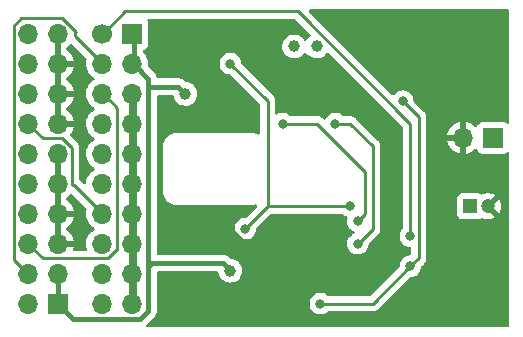
<source format=gbl>
%TF.GenerationSoftware,KiCad,Pcbnew,(6.0.0-0)*%
%TF.CreationDate,2023-01-27T15:23:15+00:00*%
%TF.ProjectId,Userport RTC,55736572-706f-4727-9420-5254432e6b69,rev?*%
%TF.SameCoordinates,Original*%
%TF.FileFunction,Copper,L2,Bot*%
%TF.FilePolarity,Positive*%
%FSLAX46Y46*%
G04 Gerber Fmt 4.6, Leading zero omitted, Abs format (unit mm)*
G04 Created by KiCad (PCBNEW (6.0.0-0)) date 2023-01-27 15:23:15*
%MOMM*%
%LPD*%
G01*
G04 APERTURE LIST*
%TA.AperFunction,ComponentPad*%
%ADD10R,1.200000X1.200000*%
%TD*%
%TA.AperFunction,ComponentPad*%
%ADD11C,1.200000*%
%TD*%
%TA.AperFunction,ComponentPad*%
%ADD12C,1.000000*%
%TD*%
%TA.AperFunction,ComponentPad*%
%ADD13R,1.700000X1.700000*%
%TD*%
%TA.AperFunction,ComponentPad*%
%ADD14O,1.700000X1.700000*%
%TD*%
%TA.AperFunction,ComponentPad*%
%ADD15C,1.700000*%
%TD*%
%TA.AperFunction,ViaPad*%
%ADD16C,1.000000*%
%TD*%
%TA.AperFunction,ViaPad*%
%ADD17C,0.800000*%
%TD*%
%TA.AperFunction,Conductor*%
%ADD18C,0.400000*%
%TD*%
%TA.AperFunction,Conductor*%
%ADD19C,0.250000*%
%TD*%
G04 APERTURE END LIST*
D10*
X151130000Y-92075000D03*
D11*
X152630000Y-92075000D03*
D12*
X136210000Y-78550000D03*
X138110000Y-78550000D03*
D13*
X153040000Y-86290000D03*
D14*
X150500000Y-86290000D03*
D13*
X116205000Y-100330000D03*
D14*
X113665000Y-100330000D03*
X116205000Y-97790000D03*
X113665000Y-97790000D03*
X116205000Y-95250000D03*
X113665000Y-95250000D03*
X116205000Y-92710000D03*
X113665000Y-92710000D03*
X116205000Y-90170000D03*
X113665000Y-90170000D03*
X116205000Y-87630000D03*
X113665000Y-87630000D03*
X116205000Y-85090000D03*
X113665000Y-85090000D03*
X116205000Y-82550000D03*
X113665000Y-82550000D03*
X116205000Y-80010000D03*
X113665000Y-80010000D03*
X116205000Y-77470000D03*
X113665000Y-77470000D03*
D13*
X122500000Y-77475000D03*
D15*
X119960000Y-77475000D03*
D14*
X122500000Y-80015000D03*
X119960000Y-80015000D03*
X122500000Y-82555000D03*
X119960000Y-82555000D03*
X122500000Y-85095000D03*
X119960000Y-85095000D03*
X122500000Y-87635000D03*
X119960000Y-87635000D03*
X122500000Y-90175000D03*
X119960000Y-90175000D03*
X122500000Y-92715000D03*
X119960000Y-92715000D03*
X122500000Y-95255000D03*
X119960000Y-95255000D03*
X122500000Y-97795000D03*
X119960000Y-97795000D03*
X122500000Y-100335000D03*
X119960000Y-100335000D03*
D16*
X130810000Y-97525500D03*
X127000000Y-82550000D03*
X137160000Y-97790000D03*
X129545000Y-92715000D03*
D17*
X145415000Y-83185000D03*
X138430000Y-100330000D03*
X146050000Y-97155000D03*
X141605000Y-93345000D03*
X135255000Y-85090000D03*
X132080000Y-93980000D03*
X140970000Y-92075000D03*
X130810000Y-80010000D03*
X146050000Y-94615000D03*
X141605000Y-95250000D03*
X139700000Y-85090000D03*
D18*
X123869511Y-81264511D02*
X123869511Y-81959511D01*
X123869511Y-81959511D02*
X123869511Y-97199511D01*
X123869511Y-97199511D02*
X123869511Y-100920489D01*
X123205489Y-101584511D02*
X117490489Y-101584511D01*
X122620000Y-80015000D02*
X123869511Y-81264511D01*
X123869511Y-100920489D02*
X123205489Y-101584511D01*
X130810000Y-97525500D02*
X130174989Y-96890489D01*
X124178533Y-96890489D02*
X123869511Y-97199511D01*
X126409511Y-81959511D02*
X123869511Y-81959511D01*
X116205000Y-97790000D02*
X116205000Y-100330000D01*
X117475000Y-101600000D02*
X116205000Y-100330000D01*
X127000000Y-82550000D02*
X126409511Y-81959511D01*
X130174989Y-96890489D02*
X124178533Y-96890489D01*
X122620000Y-77475000D02*
X122620000Y-80015000D01*
X117490489Y-101584511D02*
X117475000Y-101600000D01*
X122620000Y-97795000D02*
X122620000Y-95255000D01*
X122620000Y-82555000D02*
X122620000Y-85095000D01*
X116205000Y-87630000D02*
X116205000Y-90170000D01*
X129545000Y-92715000D02*
X132080000Y-95250000D01*
X132080000Y-95250000D02*
X132080000Y-96520000D01*
X122620000Y-97795000D02*
X122620000Y-100335000D01*
X116205000Y-90170000D02*
X116205000Y-92710000D01*
X116205000Y-80010000D02*
X116205000Y-82550000D01*
X116205000Y-77470000D02*
X116205000Y-80010000D01*
X122620000Y-95255000D02*
X122620000Y-92715000D01*
X116205000Y-82550000D02*
X116205000Y-85090000D01*
X133350000Y-97790000D02*
X137160000Y-97790000D01*
X122620000Y-87635000D02*
X122620000Y-85095000D01*
X122620000Y-90175000D02*
X122620000Y-87635000D01*
X132080000Y-96520000D02*
X133350000Y-97790000D01*
X116205000Y-92710000D02*
X116205000Y-95250000D01*
X122620000Y-90175000D02*
X122620000Y-92715000D01*
D19*
X142875000Y-100330000D02*
X146050000Y-97155000D01*
X138430000Y-100330000D02*
X142875000Y-100330000D01*
X145415000Y-83185000D02*
X146774511Y-84544511D01*
X146774511Y-96430489D02*
X146050000Y-97155000D01*
X146774511Y-84544511D02*
X146774511Y-96430489D01*
X117725489Y-77329479D02*
X116576010Y-76180000D01*
X116576010Y-76180000D02*
X113120000Y-76180000D01*
X112490489Y-96615489D02*
X113665000Y-97790000D01*
X117670505Y-77665505D02*
X117670505Y-77274495D01*
X113120000Y-76180000D02*
X112490489Y-76809511D01*
X120015000Y-80010000D02*
X117670505Y-77665505D01*
X112490489Y-76809511D02*
X112490489Y-96615489D01*
X114915000Y-96500000D02*
X113665000Y-95250000D01*
X121254511Y-93375489D02*
X121254511Y-95741499D01*
X121254511Y-83729511D02*
X121254511Y-93375489D01*
X120080000Y-82555000D02*
X121254511Y-83729511D01*
X121254511Y-95671499D02*
X120426010Y-96500000D01*
X120426010Y-96500000D02*
X114915000Y-96500000D01*
X121254511Y-93375489D02*
X121254511Y-95671499D01*
X116576010Y-86340000D02*
X114915000Y-86340000D01*
X120015000Y-92710000D02*
X117570489Y-90265489D01*
X117379511Y-90265489D02*
X117379511Y-87143501D01*
X117570489Y-90265489D02*
X117379511Y-90265489D01*
X114915000Y-86340000D02*
X113665000Y-85090000D01*
X117379511Y-87143501D02*
X116576010Y-86340000D01*
X135255000Y-85090000D02*
X138184614Y-85090000D01*
X138184614Y-85090000D02*
X142240000Y-89145386D01*
X142240000Y-89145386D02*
X142240000Y-92710000D01*
X142240000Y-92710000D02*
X141605000Y-93345000D01*
X133985000Y-92075000D02*
X132080000Y-93980000D01*
X133985000Y-91440000D02*
X133985000Y-92075000D01*
X133985000Y-83185000D02*
X133985000Y-91440000D01*
X130810000Y-80010000D02*
X133985000Y-83185000D01*
X140970000Y-92075000D02*
X133985000Y-92075000D01*
X136525000Y-75565000D02*
X127000000Y-75565000D01*
X146050000Y-85090000D02*
X136525000Y-75565000D01*
X121920000Y-75565000D02*
X127000000Y-75565000D01*
X120015000Y-77470000D02*
X121920000Y-75565000D01*
X146050000Y-94615000D02*
X146050000Y-85090000D01*
X142875000Y-93980000D02*
X142875000Y-86995000D01*
X140970000Y-85090000D02*
X139700000Y-85090000D01*
X142875000Y-86995000D02*
X140970000Y-85090000D01*
X141605000Y-95250000D02*
X142875000Y-93980000D01*
%TA.AperFunction,Conductor*%
G36*
X154374121Y-75438002D02*
G01*
X154420614Y-75491658D01*
X154432000Y-75544000D01*
X154432000Y-84958806D01*
X154411998Y-85026927D01*
X154358342Y-85073420D01*
X154288068Y-85083524D01*
X154230435Y-85059632D01*
X154186797Y-85026927D01*
X154136705Y-84989385D01*
X154000316Y-84938255D01*
X153938134Y-84931500D01*
X152141866Y-84931500D01*
X152079684Y-84938255D01*
X151943295Y-84989385D01*
X151826739Y-85076739D01*
X151739385Y-85193295D01*
X151736233Y-85201704D01*
X151736232Y-85201705D01*
X151694722Y-85312433D01*
X151652081Y-85369198D01*
X151585519Y-85393898D01*
X151516170Y-85378691D01*
X151483546Y-85353004D01*
X151432799Y-85297234D01*
X151425273Y-85290215D01*
X151258139Y-85158222D01*
X151249552Y-85152517D01*
X151063117Y-85049599D01*
X151053705Y-85045369D01*
X150852959Y-84974280D01*
X150842988Y-84971646D01*
X150771837Y-84958972D01*
X150758540Y-84960432D01*
X150754000Y-84974989D01*
X150754000Y-87608517D01*
X150758064Y-87622359D01*
X150771478Y-87624393D01*
X150778184Y-87623534D01*
X150788262Y-87621392D01*
X150992255Y-87560191D01*
X151001842Y-87556433D01*
X151193095Y-87462739D01*
X151201945Y-87457464D01*
X151375328Y-87333792D01*
X151383193Y-87327145D01*
X151487897Y-87222805D01*
X151550268Y-87188889D01*
X151621075Y-87194077D01*
X151677837Y-87236723D01*
X151694819Y-87267826D01*
X151739385Y-87386705D01*
X151826739Y-87503261D01*
X151943295Y-87590615D01*
X152079684Y-87641745D01*
X152141866Y-87648500D01*
X153938134Y-87648500D01*
X154000316Y-87641745D01*
X154136705Y-87590615D01*
X154230435Y-87520368D01*
X154296941Y-87495520D01*
X154366324Y-87510573D01*
X154416554Y-87560747D01*
X154432000Y-87621194D01*
X154432000Y-102216000D01*
X154411998Y-102284121D01*
X154358342Y-102330614D01*
X154306000Y-102342000D01*
X123757580Y-102342000D01*
X123689459Y-102321998D01*
X123642966Y-102268342D01*
X123632862Y-102198068D01*
X123662356Y-102133488D01*
X123672414Y-102123343D01*
X123677470Y-102119868D01*
X123718925Y-102073340D01*
X123723905Y-102068065D01*
X124350031Y-101441939D01*
X124356296Y-101436085D01*
X124367048Y-101426705D01*
X124399896Y-101398050D01*
X124436640Y-101345769D01*
X124440572Y-101340475D01*
X124475302Y-101296182D01*
X124479987Y-101290207D01*
X124483110Y-101283291D01*
X124484494Y-101281005D01*
X124492868Y-101266324D01*
X124494133Y-101263964D01*
X124498501Y-101257750D01*
X124521714Y-101198212D01*
X124524270Y-101192131D01*
X124547429Y-101140841D01*
X124550556Y-101133916D01*
X124551940Y-101126449D01*
X124552741Y-101123894D01*
X124557370Y-101107641D01*
X124558033Y-101105061D01*
X124560793Y-101097980D01*
X124569133Y-101034628D01*
X124570164Y-101028121D01*
X124578602Y-100982598D01*
X124581807Y-100965303D01*
X124578371Y-100905707D01*
X124578220Y-100903097D01*
X124578011Y-100895843D01*
X124578011Y-97724989D01*
X124598013Y-97656868D01*
X124651669Y-97610375D01*
X124704011Y-97598989D01*
X129688813Y-97598989D01*
X129756934Y-97618991D01*
X129803427Y-97672647D01*
X129812743Y-97702242D01*
X129812752Y-97702293D01*
X129813268Y-97708434D01*
X129814967Y-97714358D01*
X129814967Y-97714360D01*
X129857185Y-97861590D01*
X129867783Y-97898550D01*
X129958187Y-98074456D01*
X130081035Y-98229453D01*
X130085728Y-98233447D01*
X130085729Y-98233448D01*
X130160181Y-98296811D01*
X130231650Y-98357636D01*
X130404294Y-98454124D01*
X130592392Y-98515240D01*
X130788777Y-98538658D01*
X130794912Y-98538186D01*
X130794914Y-98538186D01*
X130979830Y-98523957D01*
X130979834Y-98523956D01*
X130985972Y-98523484D01*
X131176463Y-98470298D01*
X131181967Y-98467518D01*
X131181969Y-98467517D01*
X131347495Y-98383904D01*
X131347497Y-98383903D01*
X131352996Y-98381125D01*
X131508847Y-98259361D01*
X131638078Y-98109645D01*
X131735769Y-97937679D01*
X131798197Y-97750013D01*
X131822985Y-97553795D01*
X131823380Y-97525500D01*
X131804080Y-97328667D01*
X131795850Y-97301406D01*
X131777098Y-97239297D01*
X131746916Y-97139331D01*
X131654066Y-96964704D01*
X131576811Y-96869980D01*
X131532960Y-96816213D01*
X131532957Y-96816210D01*
X131529065Y-96811438D01*
X131513862Y-96798861D01*
X131381425Y-96689299D01*
X131381421Y-96689297D01*
X131376675Y-96685370D01*
X131202701Y-96591302D01*
X131013768Y-96532818D01*
X131007643Y-96532174D01*
X131007642Y-96532174D01*
X130944084Y-96525494D01*
X130840820Y-96514641D01*
X130775164Y-96487628D01*
X130764896Y-96478426D01*
X130696439Y-96409969D01*
X130690585Y-96403704D01*
X130664525Y-96373831D01*
X130652550Y-96360104D01*
X130600269Y-96323360D01*
X130594975Y-96319428D01*
X130550682Y-96284698D01*
X130544707Y-96280013D01*
X130537791Y-96276890D01*
X130535505Y-96275506D01*
X130520824Y-96267132D01*
X130518464Y-96265867D01*
X130512250Y-96261499D01*
X130505171Y-96258739D01*
X130505169Y-96258738D01*
X130452714Y-96238287D01*
X130446645Y-96235736D01*
X130388416Y-96209444D01*
X130380949Y-96208060D01*
X130378394Y-96207259D01*
X130362141Y-96202630D01*
X130359561Y-96201967D01*
X130352480Y-96199207D01*
X130344949Y-96198216D01*
X130344947Y-96198215D01*
X130315328Y-96194316D01*
X130289128Y-96190867D01*
X130282630Y-96189837D01*
X130219803Y-96178193D01*
X130212223Y-96178630D01*
X130212222Y-96178630D01*
X130157597Y-96181780D01*
X130150343Y-96181989D01*
X124704011Y-96181989D01*
X124635890Y-96161987D01*
X124589397Y-96108331D01*
X124578011Y-96055989D01*
X124578011Y-90809999D01*
X125131776Y-90809999D01*
X125133488Y-90821952D01*
X125134281Y-90828829D01*
X125150065Y-91009237D01*
X125151489Y-91014551D01*
X125151489Y-91014552D01*
X125186947Y-91146883D01*
X125201828Y-91202422D01*
X125204151Y-91207403D01*
X125204151Y-91207404D01*
X125284025Y-91378696D01*
X125284028Y-91378701D01*
X125286351Y-91383683D01*
X125289507Y-91388190D01*
X125289508Y-91388192D01*
X125387450Y-91528067D01*
X125401066Y-91547513D01*
X125542487Y-91688934D01*
X125546995Y-91692091D01*
X125546998Y-91692093D01*
X125582912Y-91717240D01*
X125706317Y-91803649D01*
X125711299Y-91805972D01*
X125711304Y-91805975D01*
X125841432Y-91866654D01*
X125887578Y-91888172D01*
X125892886Y-91889594D01*
X125892888Y-91889595D01*
X126075448Y-91938511D01*
X126080763Y-91939935D01*
X126086249Y-91940415D01*
X126086255Y-91940416D01*
X126240170Y-91953883D01*
X126250080Y-91955147D01*
X126267462Y-91958071D01*
X126273843Y-91958149D01*
X126275142Y-91958165D01*
X126275146Y-91958165D01*
X126280001Y-91958224D01*
X126307589Y-91954273D01*
X126325452Y-91953000D01*
X132576792Y-91953000D01*
X132597696Y-91954746D01*
X132617460Y-91958071D01*
X132623758Y-91958148D01*
X132625139Y-91958165D01*
X132625143Y-91958165D01*
X132629999Y-91958224D01*
X132641960Y-91956511D01*
X132648829Y-91955719D01*
X132726364Y-91948935D01*
X132829237Y-91939935D01*
X132843314Y-91936163D01*
X132914499Y-91917090D01*
X132985475Y-91918780D01*
X133044271Y-91958575D01*
X133072218Y-92023839D01*
X133060444Y-92093853D01*
X133036207Y-92127889D01*
X132129498Y-93034597D01*
X132067188Y-93068621D01*
X132040405Y-93071500D01*
X131984513Y-93071500D01*
X131978061Y-93072872D01*
X131978056Y-93072872D01*
X131903471Y-93088726D01*
X131797712Y-93111206D01*
X131791682Y-93113891D01*
X131791681Y-93113891D01*
X131629278Y-93186197D01*
X131629276Y-93186198D01*
X131623248Y-93188882D01*
X131468747Y-93301134D01*
X131464326Y-93306044D01*
X131464325Y-93306045D01*
X131368086Y-93412930D01*
X131340960Y-93443056D01*
X131245473Y-93608444D01*
X131186458Y-93790072D01*
X131185768Y-93796633D01*
X131185768Y-93796635D01*
X131178110Y-93869501D01*
X131166496Y-93980000D01*
X131167186Y-93986565D01*
X131185220Y-94158145D01*
X131186458Y-94169928D01*
X131245473Y-94351556D01*
X131248776Y-94357278D01*
X131248777Y-94357279D01*
X131262591Y-94381206D01*
X131340960Y-94516944D01*
X131345378Y-94521851D01*
X131345379Y-94521852D01*
X131389753Y-94571134D01*
X131468747Y-94658866D01*
X131623248Y-94771118D01*
X131629276Y-94773802D01*
X131629278Y-94773803D01*
X131723774Y-94815875D01*
X131797712Y-94848794D01*
X131891113Y-94868647D01*
X131978056Y-94887128D01*
X131978061Y-94887128D01*
X131984513Y-94888500D01*
X132175487Y-94888500D01*
X132181939Y-94887128D01*
X132181944Y-94887128D01*
X132268888Y-94868647D01*
X132362288Y-94848794D01*
X132436226Y-94815875D01*
X132530722Y-94773803D01*
X132530724Y-94773802D01*
X132536752Y-94771118D01*
X132691253Y-94658866D01*
X132770247Y-94571134D01*
X132814621Y-94521852D01*
X132814622Y-94521851D01*
X132819040Y-94516944D01*
X132897409Y-94381206D01*
X132911223Y-94357279D01*
X132911224Y-94357278D01*
X132914527Y-94351556D01*
X132973542Y-94169928D01*
X132974781Y-94158145D01*
X132988485Y-94027749D01*
X132990907Y-94004706D01*
X133017920Y-93939050D01*
X133027122Y-93928782D01*
X134210500Y-92745405D01*
X134272812Y-92711379D01*
X134299595Y-92708500D01*
X140261800Y-92708500D01*
X140329921Y-92728502D01*
X140349147Y-92744843D01*
X140349420Y-92744540D01*
X140354332Y-92748963D01*
X140358747Y-92753866D01*
X140513248Y-92866118D01*
X140519274Y-92868801D01*
X140519281Y-92868805D01*
X140664786Y-92933587D01*
X140718882Y-92979567D01*
X140739532Y-93047494D01*
X140733371Y-93087630D01*
X140723635Y-93117596D01*
X140711458Y-93155072D01*
X140710768Y-93161633D01*
X140710768Y-93161635D01*
X140705026Y-93216267D01*
X140691496Y-93345000D01*
X140692186Y-93351565D01*
X140694057Y-93369362D01*
X140711458Y-93534928D01*
X140770473Y-93716556D01*
X140865960Y-93881944D01*
X140870378Y-93886851D01*
X140870379Y-93886852D01*
X140982737Y-94011638D01*
X140993747Y-94023866D01*
X141068333Y-94078056D01*
X141123036Y-94117800D01*
X141148248Y-94136118D01*
X141154276Y-94138802D01*
X141154278Y-94138803D01*
X141209446Y-94163365D01*
X141239465Y-94176730D01*
X141252184Y-94182393D01*
X141306279Y-94228373D01*
X141326929Y-94296300D01*
X141307577Y-94364608D01*
X141252184Y-94412607D01*
X141154278Y-94456197D01*
X141154276Y-94456198D01*
X141148248Y-94458882D01*
X141142907Y-94462762D01*
X141142906Y-94462763D01*
X141125144Y-94475668D01*
X140993747Y-94571134D01*
X140989326Y-94576044D01*
X140989325Y-94576045D01*
X140911257Y-94662749D01*
X140865960Y-94713056D01*
X140770473Y-94878444D01*
X140711458Y-95060072D01*
X140691496Y-95250000D01*
X140692186Y-95256565D01*
X140708187Y-95408803D01*
X140711458Y-95439928D01*
X140770473Y-95621556D01*
X140773776Y-95627278D01*
X140773777Y-95627279D01*
X140787983Y-95651885D01*
X140865960Y-95786944D01*
X140870378Y-95791851D01*
X140870379Y-95791852D01*
X140934262Y-95862801D01*
X140993747Y-95928866D01*
X141148248Y-96041118D01*
X141154276Y-96043802D01*
X141154278Y-96043803D01*
X141316198Y-96115894D01*
X141322712Y-96118794D01*
X141416112Y-96138647D01*
X141503056Y-96157128D01*
X141503061Y-96157128D01*
X141509513Y-96158500D01*
X141700487Y-96158500D01*
X141706939Y-96157128D01*
X141706944Y-96157128D01*
X141793887Y-96138647D01*
X141887288Y-96118794D01*
X141893802Y-96115894D01*
X142055722Y-96043803D01*
X142055724Y-96043802D01*
X142061752Y-96041118D01*
X142216253Y-95928866D01*
X142275738Y-95862801D01*
X142339621Y-95791852D01*
X142339622Y-95791851D01*
X142344040Y-95786944D01*
X142422017Y-95651885D01*
X142436223Y-95627279D01*
X142436224Y-95627278D01*
X142439527Y-95621556D01*
X142498542Y-95439928D01*
X142502504Y-95402237D01*
X142513485Y-95297749D01*
X142515907Y-95274706D01*
X142542920Y-95209050D01*
X142552122Y-95198782D01*
X143267247Y-94483657D01*
X143275537Y-94476113D01*
X143282018Y-94472000D01*
X143328659Y-94422332D01*
X143331413Y-94419491D01*
X143351134Y-94399770D01*
X143353612Y-94396575D01*
X143361318Y-94387553D01*
X143386158Y-94361101D01*
X143391586Y-94355321D01*
X143401346Y-94337568D01*
X143412199Y-94321045D01*
X143419753Y-94311306D01*
X143424613Y-94305041D01*
X143442176Y-94264457D01*
X143447383Y-94253827D01*
X143468695Y-94215060D01*
X143470666Y-94207383D01*
X143470668Y-94207378D01*
X143473732Y-94195442D01*
X143480138Y-94176730D01*
X143485033Y-94165419D01*
X143488181Y-94158145D01*
X143489421Y-94150317D01*
X143489423Y-94150310D01*
X143495099Y-94114476D01*
X143497505Y-94102856D01*
X143506528Y-94067711D01*
X143506528Y-94067710D01*
X143508500Y-94060030D01*
X143508500Y-94039776D01*
X143510051Y-94020065D01*
X143511980Y-94007886D01*
X143513220Y-94000057D01*
X143509059Y-93956038D01*
X143508500Y-93944181D01*
X143508500Y-87073767D01*
X143509027Y-87062584D01*
X143510702Y-87055091D01*
X143508562Y-86987000D01*
X143508500Y-86983043D01*
X143508500Y-86955144D01*
X143507996Y-86951153D01*
X143507063Y-86939311D01*
X143505923Y-86903036D01*
X143505674Y-86895111D01*
X143503462Y-86887497D01*
X143503461Y-86887492D01*
X143500023Y-86875659D01*
X143496012Y-86856295D01*
X143494467Y-86844064D01*
X143493474Y-86836203D01*
X143490557Y-86828836D01*
X143490556Y-86828831D01*
X143477198Y-86795092D01*
X143473354Y-86783865D01*
X143470314Y-86773401D01*
X143461018Y-86741407D01*
X143450707Y-86723972D01*
X143442012Y-86706224D01*
X143434552Y-86687383D01*
X143408564Y-86651613D01*
X143402048Y-86641693D01*
X143383580Y-86610465D01*
X143383578Y-86610462D01*
X143379542Y-86603638D01*
X143365221Y-86589317D01*
X143352380Y-86574283D01*
X143345131Y-86564306D01*
X143340472Y-86557893D01*
X143306395Y-86529702D01*
X143297616Y-86521712D01*
X141473652Y-84697747D01*
X141466112Y-84689461D01*
X141462000Y-84682982D01*
X141412348Y-84636356D01*
X141409507Y-84633602D01*
X141389770Y-84613865D01*
X141386573Y-84611385D01*
X141377551Y-84603680D01*
X141345321Y-84573414D01*
X141338375Y-84569595D01*
X141338372Y-84569593D01*
X141327566Y-84563652D01*
X141311047Y-84552801D01*
X141305048Y-84548148D01*
X141295041Y-84540386D01*
X141287772Y-84537241D01*
X141287768Y-84537238D01*
X141254463Y-84522826D01*
X141243813Y-84517609D01*
X141205060Y-84496305D01*
X141185437Y-84491267D01*
X141166734Y-84484863D01*
X141155420Y-84479967D01*
X141155419Y-84479967D01*
X141148145Y-84476819D01*
X141140322Y-84475580D01*
X141140312Y-84475577D01*
X141104476Y-84469901D01*
X141092856Y-84467495D01*
X141057711Y-84458472D01*
X141057710Y-84458472D01*
X141050030Y-84456500D01*
X141029776Y-84456500D01*
X141010065Y-84454949D01*
X140997886Y-84453020D01*
X140990057Y-84451780D01*
X140982165Y-84452526D01*
X140946039Y-84455941D01*
X140934181Y-84456500D01*
X140408200Y-84456500D01*
X140340079Y-84436498D01*
X140320853Y-84420157D01*
X140320580Y-84420460D01*
X140315668Y-84416037D01*
X140311253Y-84411134D01*
X140156752Y-84298882D01*
X140150724Y-84296198D01*
X140150722Y-84296197D01*
X139988319Y-84223891D01*
X139988318Y-84223891D01*
X139982288Y-84221206D01*
X139865205Y-84196319D01*
X139801944Y-84182872D01*
X139801939Y-84182872D01*
X139795487Y-84181500D01*
X139604513Y-84181500D01*
X139598061Y-84182872D01*
X139598056Y-84182872D01*
X139534795Y-84196319D01*
X139417712Y-84221206D01*
X139411682Y-84223891D01*
X139411681Y-84223891D01*
X139249278Y-84296197D01*
X139249276Y-84296198D01*
X139243248Y-84298882D01*
X139088747Y-84411134D01*
X139084326Y-84416044D01*
X139084325Y-84416045D01*
X138975203Y-84537238D01*
X138960960Y-84553056D01*
X138946073Y-84578841D01*
X138890289Y-84675461D01*
X138838906Y-84724454D01*
X138769193Y-84737890D01*
X138703282Y-84711503D01*
X138692075Y-84701556D01*
X138688266Y-84697747D01*
X138680726Y-84689461D01*
X138676614Y-84682982D01*
X138626962Y-84636356D01*
X138624121Y-84633602D01*
X138604384Y-84613865D01*
X138601187Y-84611385D01*
X138592165Y-84603680D01*
X138559935Y-84573414D01*
X138552989Y-84569595D01*
X138552986Y-84569593D01*
X138542180Y-84563652D01*
X138525661Y-84552801D01*
X138519662Y-84548148D01*
X138509655Y-84540386D01*
X138502386Y-84537241D01*
X138502382Y-84537238D01*
X138469077Y-84522826D01*
X138458427Y-84517609D01*
X138419674Y-84496305D01*
X138400051Y-84491267D01*
X138381348Y-84484863D01*
X138370034Y-84479967D01*
X138370033Y-84479967D01*
X138362759Y-84476819D01*
X138354936Y-84475580D01*
X138354926Y-84475577D01*
X138319090Y-84469901D01*
X138307470Y-84467495D01*
X138272325Y-84458472D01*
X138272324Y-84458472D01*
X138264644Y-84456500D01*
X138244390Y-84456500D01*
X138224679Y-84454949D01*
X138212500Y-84453020D01*
X138204671Y-84451780D01*
X138196779Y-84452526D01*
X138160653Y-84455941D01*
X138148795Y-84456500D01*
X135963200Y-84456500D01*
X135895079Y-84436498D01*
X135875853Y-84420157D01*
X135875580Y-84420460D01*
X135870668Y-84416037D01*
X135866253Y-84411134D01*
X135711752Y-84298882D01*
X135705724Y-84296198D01*
X135705722Y-84296197D01*
X135543319Y-84223891D01*
X135543318Y-84223891D01*
X135537288Y-84221206D01*
X135420205Y-84196319D01*
X135356944Y-84182872D01*
X135356939Y-84182872D01*
X135350487Y-84181500D01*
X135159513Y-84181500D01*
X135153061Y-84182872D01*
X135153056Y-84182872D01*
X135089795Y-84196319D01*
X134972712Y-84221206D01*
X134966682Y-84223891D01*
X134966681Y-84223891D01*
X134804279Y-84296197D01*
X134798248Y-84298882D01*
X134797323Y-84296804D01*
X134738512Y-84311076D01*
X134671419Y-84287859D01*
X134627528Y-84232055D01*
X134618500Y-84185218D01*
X134618500Y-83263767D01*
X134619027Y-83252584D01*
X134620702Y-83245091D01*
X134618562Y-83177014D01*
X134618500Y-83173055D01*
X134618500Y-83145144D01*
X134617995Y-83141144D01*
X134617062Y-83129301D01*
X134615922Y-83093030D01*
X134615673Y-83085111D01*
X134610021Y-83065657D01*
X134606013Y-83046300D01*
X134604468Y-83034070D01*
X134604468Y-83034069D01*
X134603474Y-83026203D01*
X134593747Y-83001635D01*
X134587196Y-82985088D01*
X134583351Y-82973858D01*
X134573229Y-82939017D01*
X134573229Y-82939016D01*
X134571018Y-82931407D01*
X134566985Y-82924588D01*
X134566983Y-82924583D01*
X134560707Y-82913972D01*
X134552012Y-82896224D01*
X134544552Y-82877383D01*
X134518564Y-82841613D01*
X134512048Y-82831693D01*
X134493580Y-82800465D01*
X134493578Y-82800462D01*
X134489542Y-82793638D01*
X134475221Y-82779317D01*
X134462380Y-82764283D01*
X134458746Y-82759281D01*
X134450472Y-82747893D01*
X134416395Y-82719702D01*
X134407616Y-82711712D01*
X131757122Y-80061217D01*
X131723096Y-79998905D01*
X131720907Y-79985292D01*
X131719990Y-79976562D01*
X131703542Y-79820072D01*
X131644527Y-79638444D01*
X131549040Y-79473056D01*
X131457005Y-79370840D01*
X131425675Y-79336045D01*
X131425674Y-79336044D01*
X131421253Y-79331134D01*
X131266752Y-79218882D01*
X131260724Y-79216198D01*
X131260722Y-79216197D01*
X131098319Y-79143891D01*
X131098318Y-79143891D01*
X131092288Y-79141206D01*
X130998887Y-79121353D01*
X130911944Y-79102872D01*
X130911939Y-79102872D01*
X130905487Y-79101500D01*
X130714513Y-79101500D01*
X130708061Y-79102872D01*
X130708056Y-79102872D01*
X130621113Y-79121353D01*
X130527712Y-79141206D01*
X130521682Y-79143891D01*
X130521681Y-79143891D01*
X130359278Y-79216197D01*
X130359276Y-79216198D01*
X130353248Y-79218882D01*
X130198747Y-79331134D01*
X130194326Y-79336044D01*
X130194325Y-79336045D01*
X130162996Y-79370840D01*
X130070960Y-79473056D01*
X129975473Y-79638444D01*
X129916458Y-79820072D01*
X129896496Y-80010000D01*
X129916458Y-80199928D01*
X129975473Y-80381556D01*
X129978776Y-80387278D01*
X129978777Y-80387279D01*
X130012686Y-80446010D01*
X130070960Y-80546944D01*
X130075378Y-80551851D01*
X130075379Y-80551852D01*
X130186133Y-80674857D01*
X130198747Y-80688866D01*
X130230694Y-80712077D01*
X130341428Y-80792530D01*
X130353248Y-80801118D01*
X130359276Y-80803802D01*
X130359278Y-80803803D01*
X130464207Y-80850520D01*
X130527712Y-80878794D01*
X130600624Y-80894292D01*
X130708056Y-80917128D01*
X130708061Y-80917128D01*
X130714513Y-80918500D01*
X130770406Y-80918500D01*
X130838527Y-80938502D01*
X130859501Y-80955405D01*
X133314595Y-83410500D01*
X133348621Y-83472812D01*
X133351500Y-83499595D01*
X133351500Y-85877499D01*
X133331498Y-85945620D01*
X133277842Y-85992113D01*
X133207568Y-86002217D01*
X133172252Y-85991695D01*
X133046342Y-85932982D01*
X133027404Y-85924151D01*
X133027403Y-85924151D01*
X133022422Y-85921828D01*
X133017114Y-85920406D01*
X133017112Y-85920405D01*
X132834552Y-85871489D01*
X132834551Y-85871489D01*
X132829237Y-85870065D01*
X132823751Y-85869585D01*
X132823745Y-85869584D01*
X132669830Y-85856117D01*
X132659920Y-85854853D01*
X132642538Y-85851929D01*
X132636157Y-85851851D01*
X132634858Y-85851835D01*
X132634854Y-85851835D01*
X132629999Y-85851776D01*
X132605714Y-85855254D01*
X132602411Y-85855727D01*
X132584548Y-85857000D01*
X126333208Y-85857000D01*
X126312304Y-85855254D01*
X126304737Y-85853981D01*
X126292540Y-85851929D01*
X126286242Y-85851852D01*
X126284861Y-85851835D01*
X126284857Y-85851835D01*
X126280001Y-85851776D01*
X126268040Y-85853489D01*
X126261171Y-85854281D01*
X126183636Y-85861065D01*
X126080763Y-85870065D01*
X126075449Y-85871489D01*
X126075448Y-85871489D01*
X125892888Y-85920405D01*
X125892886Y-85920406D01*
X125887578Y-85921828D01*
X125882597Y-85924151D01*
X125882596Y-85924151D01*
X125711304Y-86004025D01*
X125711299Y-86004028D01*
X125706317Y-86006351D01*
X125701810Y-86009507D01*
X125701808Y-86009508D01*
X125546998Y-86117907D01*
X125546995Y-86117909D01*
X125542487Y-86121066D01*
X125401066Y-86262487D01*
X125397909Y-86266995D01*
X125397907Y-86266998D01*
X125370518Y-86306114D01*
X125286351Y-86426317D01*
X125284028Y-86431299D01*
X125284025Y-86431304D01*
X125213614Y-86582303D01*
X125201828Y-86607578D01*
X125200406Y-86612886D01*
X125200405Y-86612888D01*
X125151526Y-86795309D01*
X125150065Y-86800763D01*
X125149585Y-86806249D01*
X125149584Y-86806255D01*
X125136117Y-86960170D01*
X125134853Y-86970080D01*
X125131929Y-86987462D01*
X125131776Y-87000001D01*
X125132466Y-87004816D01*
X125135727Y-87027589D01*
X125137000Y-87045452D01*
X125137000Y-90756792D01*
X125135254Y-90777696D01*
X125131929Y-90797460D01*
X125131870Y-90802321D01*
X125131842Y-90804622D01*
X125131776Y-90809999D01*
X124578011Y-90809999D01*
X124578011Y-82794011D01*
X124598013Y-82725890D01*
X124651669Y-82679397D01*
X124704011Y-82668011D01*
X125889704Y-82668011D01*
X125957825Y-82688013D01*
X126004318Y-82741669D01*
X126010823Y-82759281D01*
X126055180Y-82913972D01*
X126057783Y-82923050D01*
X126060602Y-82928535D01*
X126141072Y-83085111D01*
X126148187Y-83098956D01*
X126271035Y-83253953D01*
X126275728Y-83257947D01*
X126275729Y-83257948D01*
X126395744Y-83360088D01*
X126421650Y-83382136D01*
X126594294Y-83478624D01*
X126782392Y-83539740D01*
X126978777Y-83563158D01*
X126984912Y-83562686D01*
X126984914Y-83562686D01*
X127169830Y-83548457D01*
X127169834Y-83548456D01*
X127175972Y-83547984D01*
X127366463Y-83494798D01*
X127371967Y-83492018D01*
X127371969Y-83492017D01*
X127537495Y-83408404D01*
X127537497Y-83408403D01*
X127542996Y-83405625D01*
X127674146Y-83303160D01*
X127693991Y-83287655D01*
X127698847Y-83283861D01*
X127805508Y-83160293D01*
X127824049Y-83138813D01*
X127824050Y-83138811D01*
X127828078Y-83134145D01*
X127925769Y-82962179D01*
X127988197Y-82774513D01*
X128012985Y-82578295D01*
X128013380Y-82550000D01*
X127994080Y-82353167D01*
X127983732Y-82318891D01*
X127938697Y-82169731D01*
X127936916Y-82163831D01*
X127844066Y-81989204D01*
X127760201Y-81886375D01*
X127722960Y-81840713D01*
X127722957Y-81840710D01*
X127719065Y-81835938D01*
X127714316Y-81832009D01*
X127571425Y-81713799D01*
X127571421Y-81713797D01*
X127566675Y-81709870D01*
X127392701Y-81615802D01*
X127203768Y-81557318D01*
X127197643Y-81556674D01*
X127197642Y-81556674D01*
X127132695Y-81549848D01*
X127030820Y-81539141D01*
X126965164Y-81512128D01*
X126954896Y-81502926D01*
X126930953Y-81478983D01*
X126925099Y-81472717D01*
X126892067Y-81434851D01*
X126892064Y-81434848D01*
X126887072Y-81429126D01*
X126834791Y-81392382D01*
X126829497Y-81388450D01*
X126785204Y-81353720D01*
X126779229Y-81349035D01*
X126772313Y-81345912D01*
X126770027Y-81344528D01*
X126755346Y-81336154D01*
X126752986Y-81334889D01*
X126746772Y-81330521D01*
X126739693Y-81327761D01*
X126739691Y-81327760D01*
X126687236Y-81307309D01*
X126681167Y-81304758D01*
X126622938Y-81278466D01*
X126615471Y-81277082D01*
X126612916Y-81276281D01*
X126596663Y-81271652D01*
X126594083Y-81270989D01*
X126587002Y-81268229D01*
X126579471Y-81267238D01*
X126579469Y-81267237D01*
X126549850Y-81263338D01*
X126523650Y-81259889D01*
X126517152Y-81258859D01*
X126454325Y-81247215D01*
X126446745Y-81247652D01*
X126446744Y-81247652D01*
X126392119Y-81250802D01*
X126384865Y-81251011D01*
X124693252Y-81251011D01*
X124625131Y-81231009D01*
X124578638Y-81177353D01*
X124568165Y-81140148D01*
X124563526Y-81101815D01*
X124562613Y-81094269D01*
X124559927Y-81087161D01*
X124559290Y-81084567D01*
X124554829Y-81068261D01*
X124554059Y-81065710D01*
X124552753Y-81058227D01*
X124527072Y-80999723D01*
X124524580Y-80993616D01*
X124504684Y-80940963D01*
X124504684Y-80940962D01*
X124501998Y-80933855D01*
X124497695Y-80927594D01*
X124496458Y-80925228D01*
X124488231Y-80910448D01*
X124486880Y-80908163D01*
X124483826Y-80901206D01*
X124479206Y-80895186D01*
X124479203Y-80895180D01*
X124444932Y-80850520D01*
X124441052Y-80845179D01*
X124409172Y-80798791D01*
X124409167Y-80798786D01*
X124404868Y-80792530D01*
X124358340Y-80751075D01*
X124353065Y-80746095D01*
X123885344Y-80278374D01*
X123851318Y-80216062D01*
X123849517Y-80172833D01*
X123861092Y-80084911D01*
X123861092Y-80084907D01*
X123861529Y-80081590D01*
X123863156Y-80015000D01*
X123844852Y-79792361D01*
X123790431Y-79575702D01*
X123701354Y-79370840D01*
X123645085Y-79283861D01*
X123582822Y-79187617D01*
X123582820Y-79187614D01*
X123580014Y-79183277D01*
X123576532Y-79179450D01*
X123432798Y-79021488D01*
X123401746Y-78957642D01*
X123410141Y-78887143D01*
X123455317Y-78832375D01*
X123481761Y-78818706D01*
X123588297Y-78778767D01*
X123596705Y-78775615D01*
X123713261Y-78688261D01*
X123800615Y-78571705D01*
X123851745Y-78435316D01*
X123858500Y-78373134D01*
X123858500Y-76576866D01*
X123851745Y-76514684D01*
X123800615Y-76378295D01*
X123801315Y-76378033D01*
X123787671Y-76315654D01*
X123812406Y-76249106D01*
X123869193Y-76206494D01*
X123913360Y-76198500D01*
X136210406Y-76198500D01*
X136278527Y-76218502D01*
X136299501Y-76235405D01*
X137573469Y-77509373D01*
X137607495Y-77571685D01*
X137602430Y-77642500D01*
X137559883Y-77699336D01*
X137558708Y-77700159D01*
X137555110Y-77702040D01*
X137400975Y-77825968D01*
X137273846Y-77977474D01*
X137270876Y-77982877D01*
X137270873Y-77982881D01*
X137270707Y-77983183D01*
X137270579Y-77983310D01*
X137267393Y-77987963D01*
X137266509Y-77987358D01*
X137220363Y-78033243D01*
X137150947Y-78048138D01*
X137084497Y-78023139D01*
X137056082Y-77992996D01*
X137054066Y-77989204D01*
X137039881Y-77971811D01*
X136932960Y-77840713D01*
X136932957Y-77840710D01*
X136929065Y-77835938D01*
X136922724Y-77830692D01*
X136781425Y-77713799D01*
X136781421Y-77713797D01*
X136776675Y-77709870D01*
X136602701Y-77615802D01*
X136413768Y-77557318D01*
X136407643Y-77556674D01*
X136407642Y-77556674D01*
X136223204Y-77537289D01*
X136223202Y-77537289D01*
X136217075Y-77536645D01*
X136134576Y-77544153D01*
X136026251Y-77554011D01*
X136026248Y-77554012D01*
X136020112Y-77554570D01*
X136014206Y-77556308D01*
X136014202Y-77556309D01*
X135961959Y-77571685D01*
X135830381Y-77610410D01*
X135824923Y-77613263D01*
X135824919Y-77613265D01*
X135734147Y-77660720D01*
X135655110Y-77702040D01*
X135500975Y-77825968D01*
X135373846Y-77977474D01*
X135370879Y-77982872D01*
X135370875Y-77982877D01*
X135305051Y-78102612D01*
X135278567Y-78150787D01*
X135276706Y-78156654D01*
X135276705Y-78156656D01*
X135240627Y-78270388D01*
X135218765Y-78339306D01*
X135196719Y-78535851D01*
X135197235Y-78541995D01*
X135211986Y-78717663D01*
X135213268Y-78732934D01*
X135226411Y-78778768D01*
X135257487Y-78887143D01*
X135267783Y-78923050D01*
X135270602Y-78928535D01*
X135340671Y-79064873D01*
X135358187Y-79098956D01*
X135481035Y-79253953D01*
X135485728Y-79257947D01*
X135485729Y-79257948D01*
X135618347Y-79370814D01*
X135631650Y-79382136D01*
X135804294Y-79478624D01*
X135992392Y-79539740D01*
X136188777Y-79563158D01*
X136194912Y-79562686D01*
X136194914Y-79562686D01*
X136379830Y-79548457D01*
X136379834Y-79548456D01*
X136385972Y-79547984D01*
X136576463Y-79494798D01*
X136581967Y-79492018D01*
X136581969Y-79492017D01*
X136747495Y-79408404D01*
X136747497Y-79408403D01*
X136752996Y-79405625D01*
X136908847Y-79283861D01*
X137031983Y-79141206D01*
X137034049Y-79138813D01*
X137034050Y-79138811D01*
X137038078Y-79134145D01*
X137049396Y-79114222D01*
X137100433Y-79064873D01*
X137170051Y-79050950D01*
X137236145Y-79076875D01*
X137257146Y-79099781D01*
X137258187Y-79098956D01*
X137381035Y-79253953D01*
X137385728Y-79257947D01*
X137385729Y-79257948D01*
X137518347Y-79370814D01*
X137531650Y-79382136D01*
X137704294Y-79478624D01*
X137892392Y-79539740D01*
X138088777Y-79563158D01*
X138094912Y-79562686D01*
X138094914Y-79562686D01*
X138279830Y-79548457D01*
X138279834Y-79548456D01*
X138285972Y-79547984D01*
X138476463Y-79494798D01*
X138481967Y-79492018D01*
X138481969Y-79492017D01*
X138647495Y-79408404D01*
X138647497Y-79408403D01*
X138652996Y-79405625D01*
X138808847Y-79283861D01*
X138931983Y-79141206D01*
X138934049Y-79138813D01*
X138934050Y-79138811D01*
X138938078Y-79134145D01*
X138950634Y-79112044D01*
X139001669Y-79062696D01*
X139071287Y-79048772D01*
X139137381Y-79074697D01*
X139149283Y-79085187D01*
X145379595Y-85315499D01*
X145413621Y-85377811D01*
X145416500Y-85404594D01*
X145416500Y-93912476D01*
X145396498Y-93980597D01*
X145384142Y-93996779D01*
X145310960Y-94078056D01*
X145288014Y-94117800D01*
X145219982Y-94235635D01*
X145215473Y-94243444D01*
X145156458Y-94425072D01*
X145155768Y-94431633D01*
X145155768Y-94431635D01*
X145143320Y-94550074D01*
X145136496Y-94615000D01*
X145137186Y-94621565D01*
X145153187Y-94773803D01*
X145156458Y-94804928D01*
X145215473Y-94986556D01*
X145218776Y-94992278D01*
X145218777Y-94992279D01*
X145239032Y-95027361D01*
X145310960Y-95151944D01*
X145438747Y-95293866D01*
X145593248Y-95406118D01*
X145599276Y-95408802D01*
X145599278Y-95408803D01*
X145761681Y-95481109D01*
X145767712Y-95483794D01*
X145861112Y-95503647D01*
X145948056Y-95522128D01*
X145948061Y-95522128D01*
X145954513Y-95523500D01*
X146015011Y-95523500D01*
X146083132Y-95543502D01*
X146129625Y-95597158D01*
X146141011Y-95649500D01*
X146141011Y-96115894D01*
X146121009Y-96184015D01*
X146104106Y-96204989D01*
X146099500Y-96209595D01*
X146037188Y-96243621D01*
X146010405Y-96246500D01*
X145954513Y-96246500D01*
X145948061Y-96247872D01*
X145948056Y-96247872D01*
X145861112Y-96266353D01*
X145767712Y-96286206D01*
X145761682Y-96288891D01*
X145761681Y-96288891D01*
X145599278Y-96361197D01*
X145599276Y-96361198D01*
X145593248Y-96363882D01*
X145438747Y-96476134D01*
X145434326Y-96481044D01*
X145434325Y-96481045D01*
X145319444Y-96608634D01*
X145310960Y-96618056D01*
X145215473Y-96783444D01*
X145156458Y-96965072D01*
X145142795Y-97095074D01*
X145139093Y-97130293D01*
X145112080Y-97195950D01*
X145102878Y-97206218D01*
X142649500Y-99659595D01*
X142587188Y-99693621D01*
X142560405Y-99696500D01*
X139138200Y-99696500D01*
X139070079Y-99676498D01*
X139050853Y-99660157D01*
X139050580Y-99660460D01*
X139045668Y-99656037D01*
X139041253Y-99651134D01*
X139015618Y-99632509D01*
X138892094Y-99542763D01*
X138892093Y-99542762D01*
X138886752Y-99538882D01*
X138880724Y-99536198D01*
X138880722Y-99536197D01*
X138718319Y-99463891D01*
X138718318Y-99463891D01*
X138712288Y-99461206D01*
X138590331Y-99435283D01*
X138531944Y-99422872D01*
X138531939Y-99422872D01*
X138525487Y-99421500D01*
X138334513Y-99421500D01*
X138328061Y-99422872D01*
X138328056Y-99422872D01*
X138269669Y-99435283D01*
X138147712Y-99461206D01*
X138141682Y-99463891D01*
X138141681Y-99463891D01*
X137979278Y-99536197D01*
X137979276Y-99536198D01*
X137973248Y-99538882D01*
X137818747Y-99651134D01*
X137814326Y-99656044D01*
X137814325Y-99656045D01*
X137780492Y-99693621D01*
X137690960Y-99793056D01*
X137595473Y-99958444D01*
X137536458Y-100140072D01*
X137516496Y-100330000D01*
X137536458Y-100519928D01*
X137595473Y-100701556D01*
X137598776Y-100707278D01*
X137598777Y-100707279D01*
X137619192Y-100742639D01*
X137690960Y-100866944D01*
X137695378Y-100871851D01*
X137695379Y-100871852D01*
X137786245Y-100972769D01*
X137818747Y-101008866D01*
X137849714Y-101031365D01*
X137965469Y-101115466D01*
X137973248Y-101121118D01*
X137979276Y-101123802D01*
X137979278Y-101123803D01*
X138139514Y-101195144D01*
X138147712Y-101198794D01*
X138241112Y-101218647D01*
X138328056Y-101237128D01*
X138328061Y-101237128D01*
X138334513Y-101238500D01*
X138525487Y-101238500D01*
X138531939Y-101237128D01*
X138531944Y-101237128D01*
X138618887Y-101218647D01*
X138712288Y-101198794D01*
X138720486Y-101195144D01*
X138880722Y-101123803D01*
X138880724Y-101123802D01*
X138886752Y-101121118D01*
X138894532Y-101115466D01*
X139019671Y-101024546D01*
X139041253Y-101008866D01*
X139045668Y-101003963D01*
X139050580Y-100999540D01*
X139051705Y-101000789D01*
X139105014Y-100967949D01*
X139138200Y-100963500D01*
X142796233Y-100963500D01*
X142807416Y-100964027D01*
X142814909Y-100965702D01*
X142822835Y-100965453D01*
X142822836Y-100965453D01*
X142882986Y-100963562D01*
X142886945Y-100963500D01*
X142914856Y-100963500D01*
X142918791Y-100963003D01*
X142918856Y-100962995D01*
X142930693Y-100962062D01*
X142962951Y-100961048D01*
X142966970Y-100960922D01*
X142974889Y-100960673D01*
X142994343Y-100955021D01*
X143013700Y-100951013D01*
X143025930Y-100949468D01*
X143025931Y-100949468D01*
X143033797Y-100948474D01*
X143041168Y-100945555D01*
X143041170Y-100945555D01*
X143074912Y-100932196D01*
X143086142Y-100928351D01*
X143120983Y-100918229D01*
X143120984Y-100918229D01*
X143128593Y-100916018D01*
X143135412Y-100911985D01*
X143135417Y-100911983D01*
X143146028Y-100905707D01*
X143163776Y-100897012D01*
X143182617Y-100889552D01*
X143201795Y-100875619D01*
X143218387Y-100863564D01*
X143228307Y-100857048D01*
X143259535Y-100838580D01*
X143259538Y-100838578D01*
X143266362Y-100834542D01*
X143280683Y-100820221D01*
X143295717Y-100807380D01*
X143305694Y-100800131D01*
X143312107Y-100795472D01*
X143340298Y-100761395D01*
X143348288Y-100752616D01*
X146000500Y-98100405D01*
X146062812Y-98066379D01*
X146089595Y-98063500D01*
X146145487Y-98063500D01*
X146151939Y-98062128D01*
X146151944Y-98062128D01*
X146238887Y-98043647D01*
X146332288Y-98023794D01*
X146338319Y-98021109D01*
X146500722Y-97948803D01*
X146500724Y-97948802D01*
X146506752Y-97946118D01*
X146661253Y-97833866D01*
X146731485Y-97755865D01*
X146784621Y-97696852D01*
X146784622Y-97696851D01*
X146789040Y-97691944D01*
X146847314Y-97591010D01*
X146881223Y-97532279D01*
X146881224Y-97532278D01*
X146884527Y-97526556D01*
X146943542Y-97344928D01*
X146944607Y-97334801D01*
X146960907Y-97179707D01*
X146987920Y-97114050D01*
X146997122Y-97103782D01*
X147166758Y-96934146D01*
X147175048Y-96926602D01*
X147181529Y-96922489D01*
X147228170Y-96872821D01*
X147230924Y-96869980D01*
X147250645Y-96850259D01*
X147253123Y-96847064D01*
X147260829Y-96838042D01*
X147263286Y-96835426D01*
X147291097Y-96805810D01*
X147300857Y-96788057D01*
X147311710Y-96771534D01*
X147319264Y-96761795D01*
X147324124Y-96755530D01*
X147341687Y-96714946D01*
X147346894Y-96704316D01*
X147368206Y-96665549D01*
X147370177Y-96657872D01*
X147370179Y-96657867D01*
X147373243Y-96645931D01*
X147379649Y-96627219D01*
X147383615Y-96618056D01*
X147387692Y-96608634D01*
X147388932Y-96600806D01*
X147388934Y-96600799D01*
X147394610Y-96564965D01*
X147397016Y-96553345D01*
X147406039Y-96518200D01*
X147406039Y-96518199D01*
X147408011Y-96510519D01*
X147408011Y-96490265D01*
X147409562Y-96470554D01*
X147411491Y-96458375D01*
X147412731Y-96450546D01*
X147408570Y-96406527D01*
X147408011Y-96394670D01*
X147408011Y-92723134D01*
X150021500Y-92723134D01*
X150028255Y-92785316D01*
X150079385Y-92921705D01*
X150166739Y-93038261D01*
X150283295Y-93125615D01*
X150419684Y-93176745D01*
X150481866Y-93183500D01*
X151778134Y-93183500D01*
X151840316Y-93176745D01*
X151976705Y-93125615D01*
X152024622Y-93089703D01*
X152091126Y-93064855D01*
X152149924Y-93074761D01*
X152280835Y-93131005D01*
X152291778Y-93134560D01*
X152479120Y-93176952D01*
X152490530Y-93178454D01*
X152682469Y-93185995D01*
X152693951Y-93185393D01*
X152884045Y-93157832D01*
X152895240Y-93155144D01*
X153077131Y-93093400D01*
X153087628Y-93088726D01*
X153198032Y-93026898D01*
X153207895Y-93016821D01*
X153204939Y-93009149D01*
X152359885Y-92164095D01*
X152325859Y-92101783D01*
X152327694Y-92076132D01*
X152994408Y-92076132D01*
X152994539Y-92077966D01*
X152998790Y-92084580D01*
X153560239Y-92646028D01*
X153572614Y-92652785D01*
X153579194Y-92647859D01*
X153643726Y-92532628D01*
X153648400Y-92522131D01*
X153710144Y-92340240D01*
X153712832Y-92329045D01*
X153740689Y-92136911D01*
X153741319Y-92129528D01*
X153742650Y-92078704D01*
X153742407Y-92071305D01*
X153724643Y-91877975D01*
X153722545Y-91866654D01*
X153670408Y-91681791D01*
X153666283Y-91671044D01*
X153582163Y-91500465D01*
X153574869Y-91494990D01*
X153562449Y-91501762D01*
X153002021Y-92062189D01*
X152994408Y-92076132D01*
X152327694Y-92076132D01*
X152330924Y-92030968D01*
X152359885Y-91985905D01*
X152630000Y-91715790D01*
X153200281Y-91145508D01*
X153207041Y-91133128D01*
X153201011Y-91125073D01*
X153140061Y-91086616D01*
X153129813Y-91081395D01*
X152951401Y-91010216D01*
X152940373Y-91006949D01*
X152751982Y-90969476D01*
X152740535Y-90968273D01*
X152548477Y-90965759D01*
X152536997Y-90966662D01*
X152347697Y-90999190D01*
X152336577Y-91002170D01*
X152156364Y-91068654D01*
X152151476Y-91070985D01*
X152081380Y-91082256D01*
X152021671Y-91058085D01*
X151983891Y-91029770D01*
X151983888Y-91029768D01*
X151976705Y-91024385D01*
X151840316Y-90973255D01*
X151778134Y-90966500D01*
X150481866Y-90966500D01*
X150419684Y-90973255D01*
X150283295Y-91024385D01*
X150166739Y-91111739D01*
X150079385Y-91228295D01*
X150028255Y-91364684D01*
X150021500Y-91426866D01*
X150021500Y-92723134D01*
X147408011Y-92723134D01*
X147408011Y-86557966D01*
X149168257Y-86557966D01*
X149198565Y-86692446D01*
X149201645Y-86702275D01*
X149281770Y-86899603D01*
X149286413Y-86908794D01*
X149397694Y-87090388D01*
X149403777Y-87098699D01*
X149543213Y-87259667D01*
X149550580Y-87266883D01*
X149714434Y-87402916D01*
X149722881Y-87408831D01*
X149906756Y-87516279D01*
X149916042Y-87520729D01*
X150115001Y-87596703D01*
X150124899Y-87599579D01*
X150228250Y-87620606D01*
X150242299Y-87619410D01*
X150246000Y-87609065D01*
X150246000Y-86562115D01*
X150241525Y-86546876D01*
X150240135Y-86545671D01*
X150232452Y-86544000D01*
X149183225Y-86544000D01*
X149169694Y-86547973D01*
X149168257Y-86557966D01*
X147408011Y-86557966D01*
X147408011Y-86024183D01*
X149164389Y-86024183D01*
X149165912Y-86032607D01*
X149178292Y-86036000D01*
X150227885Y-86036000D01*
X150243124Y-86031525D01*
X150244329Y-86030135D01*
X150246000Y-86022452D01*
X150246000Y-84973102D01*
X150242082Y-84959758D01*
X150227806Y-84957771D01*
X150189324Y-84963660D01*
X150179288Y-84966051D01*
X149976868Y-85032212D01*
X149967359Y-85036209D01*
X149778463Y-85134542D01*
X149769738Y-85140036D01*
X149599433Y-85267905D01*
X149591726Y-85274748D01*
X149444590Y-85428717D01*
X149438104Y-85436727D01*
X149318098Y-85612649D01*
X149313000Y-85621623D01*
X149223338Y-85814783D01*
X149219775Y-85824470D01*
X149164389Y-86024183D01*
X147408011Y-86024183D01*
X147408011Y-84623278D01*
X147408538Y-84612095D01*
X147410213Y-84604602D01*
X147408073Y-84536511D01*
X147408011Y-84532554D01*
X147408011Y-84504655D01*
X147407507Y-84500664D01*
X147406574Y-84488822D01*
X147406574Y-84488801D01*
X147405185Y-84444622D01*
X147402973Y-84437008D01*
X147402972Y-84437003D01*
X147399534Y-84425170D01*
X147395523Y-84405806D01*
X147393978Y-84393575D01*
X147392985Y-84385714D01*
X147390068Y-84378347D01*
X147390067Y-84378342D01*
X147376709Y-84344603D01*
X147372865Y-84333376D01*
X147363970Y-84302763D01*
X147360529Y-84290918D01*
X147350218Y-84273483D01*
X147341523Y-84255735D01*
X147334063Y-84236894D01*
X147308075Y-84201124D01*
X147301559Y-84191204D01*
X147283091Y-84159976D01*
X147283089Y-84159973D01*
X147279053Y-84153149D01*
X147264732Y-84138828D01*
X147251891Y-84123794D01*
X147244642Y-84113817D01*
X147239983Y-84107404D01*
X147205906Y-84079213D01*
X147197127Y-84071223D01*
X146362122Y-83236218D01*
X146328096Y-83173906D01*
X146325907Y-83160293D01*
X146324732Y-83149108D01*
X146314960Y-83056139D01*
X146309232Y-83001635D01*
X146309232Y-83001633D01*
X146308542Y-82995072D01*
X146249527Y-82813444D01*
X146244075Y-82804000D01*
X146157341Y-82653774D01*
X146154040Y-82648056D01*
X146035643Y-82516562D01*
X146030675Y-82511045D01*
X146030674Y-82511044D01*
X146026253Y-82506134D01*
X145871752Y-82393882D01*
X145865724Y-82391198D01*
X145865722Y-82391197D01*
X145703319Y-82318891D01*
X145703318Y-82318891D01*
X145697288Y-82316206D01*
X145595584Y-82294588D01*
X145516944Y-82277872D01*
X145516939Y-82277872D01*
X145510487Y-82276500D01*
X145319513Y-82276500D01*
X145313061Y-82277872D01*
X145313056Y-82277872D01*
X145234416Y-82294588D01*
X145132712Y-82316206D01*
X145126682Y-82318891D01*
X145126681Y-82318891D01*
X144964278Y-82391197D01*
X144964276Y-82391198D01*
X144958248Y-82393882D01*
X144803747Y-82506134D01*
X144799326Y-82511044D01*
X144799325Y-82511045D01*
X144683312Y-82639891D01*
X144622866Y-82677131D01*
X144551883Y-82675779D01*
X144500581Y-82644676D01*
X137489000Y-75633095D01*
X137454974Y-75570783D01*
X137460039Y-75499968D01*
X137502586Y-75443132D01*
X137569106Y-75418321D01*
X137578095Y-75418000D01*
X154306000Y-75418000D01*
X154374121Y-75438002D01*
G37*
%TD.AperFunction*%
%TA.AperFunction,Conductor*%
G36*
X122696121Y-82321002D02*
G01*
X122742614Y-82374658D01*
X122754000Y-82427000D01*
X122754000Y-100463000D01*
X122733998Y-100531121D01*
X122680342Y-100577614D01*
X122628000Y-100589000D01*
X122372000Y-100589000D01*
X122303879Y-100568998D01*
X122257386Y-100515342D01*
X122246000Y-100463000D01*
X122246000Y-82427000D01*
X122266002Y-82358879D01*
X122319658Y-82312386D01*
X122372000Y-82301000D01*
X122628000Y-82301000D01*
X122696121Y-82321002D01*
G37*
%TD.AperFunction*%
%TA.AperFunction,Conductor*%
G36*
X116329537Y-86993502D02*
G01*
X116350511Y-87010405D01*
X116422095Y-87081989D01*
X116456121Y-87144301D01*
X116459000Y-87171084D01*
X116459000Y-92437885D01*
X116463475Y-92453124D01*
X116464865Y-92454329D01*
X116472548Y-92456000D01*
X117523344Y-92456000D01*
X117536875Y-92452027D01*
X117538180Y-92442947D01*
X117496214Y-92275875D01*
X117492894Y-92266124D01*
X117407972Y-92070814D01*
X117403105Y-92061739D01*
X117287426Y-91882926D01*
X117281136Y-91874757D01*
X117137806Y-91717240D01*
X117130273Y-91710215D01*
X116963139Y-91578222D01*
X116954552Y-91572517D01*
X116917116Y-91551851D01*
X116867146Y-91501419D01*
X116852374Y-91431976D01*
X116877490Y-91365571D01*
X116904842Y-91338964D01*
X117080327Y-91213792D01*
X117088200Y-91207139D01*
X117239051Y-91056813D01*
X117245728Y-91048968D01*
X117247962Y-91045858D01*
X117303956Y-91002208D01*
X117374659Y-90995761D01*
X117439382Y-91030286D01*
X118622805Y-92213709D01*
X118656831Y-92276021D01*
X118655127Y-92336475D01*
X118620989Y-92459570D01*
X118597251Y-92681695D01*
X118597548Y-92686848D01*
X118597548Y-92686851D01*
X118608039Y-92868805D01*
X118610110Y-92904715D01*
X118611247Y-92909761D01*
X118611248Y-92909767D01*
X118633646Y-93009149D01*
X118659222Y-93122639D01*
X118743266Y-93329616D01*
X118859987Y-93520088D01*
X119006250Y-93688938D01*
X119081213Y-93751173D01*
X119167628Y-93822916D01*
X119178126Y-93831632D01*
X119242931Y-93869501D01*
X119251445Y-93874476D01*
X119300169Y-93926114D01*
X119313240Y-93995897D01*
X119286509Y-94061669D01*
X119246055Y-94095027D01*
X119233607Y-94101507D01*
X119229474Y-94104610D01*
X119229471Y-94104612D01*
X119082368Y-94215060D01*
X119054965Y-94235635D01*
X119041383Y-94249848D01*
X118909789Y-94387553D01*
X118900629Y-94397138D01*
X118897715Y-94401410D01*
X118897714Y-94401411D01*
X118881574Y-94425072D01*
X118774743Y-94581680D01*
X118756229Y-94621565D01*
X118688611Y-94767237D01*
X118680688Y-94784305D01*
X118620989Y-94999570D01*
X118597251Y-95221695D01*
X118597548Y-95226848D01*
X118597548Y-95226851D01*
X118608039Y-95408803D01*
X118610110Y-95444715D01*
X118611247Y-95449761D01*
X118611248Y-95449767D01*
X118632373Y-95543502D01*
X118659222Y-95662639D01*
X118661166Y-95667426D01*
X118661167Y-95667430D01*
X118671589Y-95693097D01*
X118678685Y-95763738D01*
X118646462Y-95827001D01*
X118585152Y-95862801D01*
X118554846Y-95866500D01*
X117607031Y-95866500D01*
X117538910Y-95846498D01*
X117492417Y-95792842D01*
X117482313Y-95722568D01*
X117486473Y-95703871D01*
X117535377Y-95542910D01*
X117537555Y-95532837D01*
X117538986Y-95521962D01*
X117536775Y-95507778D01*
X117523617Y-95504000D01*
X116077000Y-95504000D01*
X116008879Y-95483998D01*
X115962386Y-95430342D01*
X115951000Y-95378000D01*
X115951000Y-94977885D01*
X116459000Y-94977885D01*
X116463475Y-94993124D01*
X116464865Y-94994329D01*
X116472548Y-94996000D01*
X117523344Y-94996000D01*
X117536875Y-94992027D01*
X117538180Y-94982947D01*
X117496214Y-94815875D01*
X117492894Y-94806124D01*
X117407972Y-94610814D01*
X117403105Y-94601739D01*
X117287426Y-94422926D01*
X117281136Y-94414757D01*
X117137806Y-94257240D01*
X117130273Y-94250215D01*
X116963139Y-94118222D01*
X116954552Y-94112517D01*
X116917116Y-94091851D01*
X116867146Y-94041419D01*
X116852374Y-93971976D01*
X116877490Y-93905571D01*
X116904842Y-93878964D01*
X117080327Y-93753792D01*
X117088200Y-93747139D01*
X117239052Y-93596812D01*
X117245730Y-93588965D01*
X117370003Y-93416020D01*
X117375313Y-93407183D01*
X117469670Y-93216267D01*
X117473469Y-93206672D01*
X117535377Y-93002910D01*
X117537555Y-92992837D01*
X117538986Y-92981962D01*
X117536775Y-92967778D01*
X117523617Y-92964000D01*
X116477115Y-92964000D01*
X116461876Y-92968475D01*
X116460671Y-92969865D01*
X116459000Y-92977548D01*
X116459000Y-94977885D01*
X115951000Y-94977885D01*
X115951000Y-87099500D01*
X115971002Y-87031379D01*
X116024658Y-86984886D01*
X116077000Y-86973500D01*
X116261416Y-86973500D01*
X116329537Y-86993502D01*
G37*
%TD.AperFunction*%
%TA.AperFunction,Conductor*%
G36*
X116401121Y-77236002D02*
G01*
X116447614Y-77289658D01*
X116459000Y-77342000D01*
X116459000Y-79737885D01*
X116463475Y-79753124D01*
X116464865Y-79754329D01*
X116472548Y-79756000D01*
X117523344Y-79756000D01*
X117536875Y-79752027D01*
X117538180Y-79742947D01*
X117496214Y-79575875D01*
X117492894Y-79566124D01*
X117407972Y-79370814D01*
X117403105Y-79361739D01*
X117287426Y-79182926D01*
X117281136Y-79174757D01*
X117137806Y-79017240D01*
X117130273Y-79010215D01*
X116963139Y-78878222D01*
X116954552Y-78872517D01*
X116917116Y-78851851D01*
X116867146Y-78801419D01*
X116852374Y-78731976D01*
X116877490Y-78665571D01*
X116904842Y-78638964D01*
X117080327Y-78513792D01*
X117088200Y-78507139D01*
X117239051Y-78356813D01*
X117245728Y-78348968D01*
X117247962Y-78345858D01*
X117303956Y-78302208D01*
X117374659Y-78295761D01*
X117439382Y-78330286D01*
X118622805Y-79513709D01*
X118656831Y-79576021D01*
X118655127Y-79636475D01*
X118620989Y-79759570D01*
X118620441Y-79764700D01*
X118620440Y-79764704D01*
X118616933Y-79797522D01*
X118597251Y-79981695D01*
X118597548Y-79986848D01*
X118597548Y-79986851D01*
X118603011Y-80081590D01*
X118610110Y-80204715D01*
X118611247Y-80209761D01*
X118611248Y-80209767D01*
X118635304Y-80316508D01*
X118659222Y-80422639D01*
X118743266Y-80629616D01*
X118781954Y-80692749D01*
X118857291Y-80815688D01*
X118859987Y-80820088D01*
X119006250Y-80988938D01*
X119082846Y-81052529D01*
X119167628Y-81122916D01*
X119178126Y-81131632D01*
X119228351Y-81160981D01*
X119251445Y-81174476D01*
X119300169Y-81226114D01*
X119313240Y-81295897D01*
X119286509Y-81361669D01*
X119246055Y-81395027D01*
X119233607Y-81401507D01*
X119229474Y-81404610D01*
X119229471Y-81404612D01*
X119130418Y-81478983D01*
X119054965Y-81535635D01*
X118900629Y-81697138D01*
X118897715Y-81701410D01*
X118897714Y-81701411D01*
X118882798Y-81723277D01*
X118774743Y-81881680D01*
X118742553Y-81951027D01*
X118699622Y-82043516D01*
X118680688Y-82084305D01*
X118620989Y-82299570D01*
X118597251Y-82521695D01*
X118597548Y-82526848D01*
X118597548Y-82526851D01*
X118603011Y-82621590D01*
X118610110Y-82744715D01*
X118611247Y-82749761D01*
X118611248Y-82749767D01*
X118632275Y-82843069D01*
X118659222Y-82962639D01*
X118688227Y-83034070D01*
X118734939Y-83149108D01*
X118743266Y-83169616D01*
X118859987Y-83360088D01*
X119006250Y-83528938D01*
X119153610Y-83651279D01*
X119167628Y-83662916D01*
X119178126Y-83671632D01*
X119192015Y-83679748D01*
X119251445Y-83714476D01*
X119300169Y-83766114D01*
X119313240Y-83835897D01*
X119286509Y-83901669D01*
X119246055Y-83935027D01*
X119233607Y-83941507D01*
X119229474Y-83944610D01*
X119229471Y-83944612D01*
X119065260Y-84067905D01*
X119054965Y-84075635D01*
X119051393Y-84079373D01*
X118939637Y-84196319D01*
X118900629Y-84237138D01*
X118897715Y-84241410D01*
X118897714Y-84241411D01*
X118881658Y-84264948D01*
X118774743Y-84421680D01*
X118734387Y-84508621D01*
X118690262Y-84603680D01*
X118680688Y-84624305D01*
X118620989Y-84839570D01*
X118597251Y-85061695D01*
X118597548Y-85066848D01*
X118597548Y-85066851D01*
X118604839Y-85193295D01*
X118610110Y-85284715D01*
X118611247Y-85289761D01*
X118611248Y-85289767D01*
X118634258Y-85391866D01*
X118659222Y-85502639D01*
X118743266Y-85709616D01*
X118774625Y-85760789D01*
X118850008Y-85883803D01*
X118859987Y-85900088D01*
X119006250Y-86068938D01*
X119178126Y-86211632D01*
X119248595Y-86252811D01*
X119251445Y-86254476D01*
X119300169Y-86306114D01*
X119313240Y-86375897D01*
X119286509Y-86441669D01*
X119246055Y-86475027D01*
X119233607Y-86481507D01*
X119229474Y-86484610D01*
X119229471Y-86484612D01*
X119059100Y-86612530D01*
X119054965Y-86615635D01*
X119051393Y-86619373D01*
X118917995Y-86758966D01*
X118900629Y-86777138D01*
X118897715Y-86781410D01*
X118897714Y-86781411D01*
X118860555Y-86835884D01*
X118774743Y-86961680D01*
X118735063Y-87047164D01*
X118689974Y-87144301D01*
X118680688Y-87164305D01*
X118620989Y-87379570D01*
X118597251Y-87601695D01*
X118597548Y-87606848D01*
X118597548Y-87606851D01*
X118609812Y-87819547D01*
X118610110Y-87824715D01*
X118611247Y-87829761D01*
X118611248Y-87829767D01*
X118635304Y-87936508D01*
X118659222Y-88042639D01*
X118743266Y-88249616D01*
X118859987Y-88440088D01*
X119006250Y-88608938D01*
X119081213Y-88671173D01*
X119167628Y-88742916D01*
X119178126Y-88751632D01*
X119242931Y-88789501D01*
X119251445Y-88794476D01*
X119300169Y-88846114D01*
X119313240Y-88915897D01*
X119286509Y-88981669D01*
X119246055Y-89015027D01*
X119233607Y-89021507D01*
X119229474Y-89024610D01*
X119229471Y-89024612D01*
X119065260Y-89147905D01*
X119054965Y-89155635D01*
X118900629Y-89317138D01*
X118774743Y-89501680D01*
X118680688Y-89704305D01*
X118620989Y-89919570D01*
X118620440Y-89924707D01*
X118600672Y-90109679D01*
X118573544Y-90175289D01*
X118515251Y-90215817D01*
X118444302Y-90218396D01*
X118386289Y-90185385D01*
X118342600Y-90141695D01*
X118074136Y-89873231D01*
X118066602Y-89864952D01*
X118062489Y-89858471D01*
X118052758Y-89849333D01*
X118016793Y-89788120D01*
X118013011Y-89757483D01*
X118013011Y-87222268D01*
X118013538Y-87211085D01*
X118015213Y-87203592D01*
X118013831Y-87159610D01*
X118013073Y-87135515D01*
X118013011Y-87131556D01*
X118013011Y-87103645D01*
X118012506Y-87099645D01*
X118011573Y-87087802D01*
X118011391Y-87081989D01*
X118010184Y-87043612D01*
X118004532Y-87024158D01*
X118000524Y-87004801D01*
X117998979Y-86992571D01*
X117998979Y-86992570D01*
X117997985Y-86984704D01*
X117990728Y-86966375D01*
X117981707Y-86943589D01*
X117977862Y-86932359D01*
X117967740Y-86897518D01*
X117967740Y-86897517D01*
X117965529Y-86889908D01*
X117961496Y-86883089D01*
X117961494Y-86883084D01*
X117955218Y-86872473D01*
X117946523Y-86854725D01*
X117939063Y-86835884D01*
X117913075Y-86800114D01*
X117906559Y-86790194D01*
X117888091Y-86758966D01*
X117888089Y-86758963D01*
X117884053Y-86752139D01*
X117869732Y-86737818D01*
X117856891Y-86722784D01*
X117849642Y-86712807D01*
X117844983Y-86706394D01*
X117838878Y-86701343D01*
X117838873Y-86701338D01*
X117810907Y-86678202D01*
X117802129Y-86670214D01*
X117260857Y-86128942D01*
X117226831Y-86066630D01*
X117231896Y-85995815D01*
X117247629Y-85966321D01*
X117370009Y-85796011D01*
X117375313Y-85787183D01*
X117469670Y-85596267D01*
X117473469Y-85586672D01*
X117535377Y-85382910D01*
X117537555Y-85372837D01*
X117538986Y-85361962D01*
X117536775Y-85347778D01*
X117523617Y-85344000D01*
X116477115Y-85344000D01*
X116461876Y-85348475D01*
X116460671Y-85349865D01*
X116459000Y-85357548D01*
X116459000Y-85580500D01*
X116438998Y-85648621D01*
X116385342Y-85695114D01*
X116333000Y-85706500D01*
X116077000Y-85706500D01*
X116008879Y-85686498D01*
X115962386Y-85632842D01*
X115951000Y-85580500D01*
X115951000Y-84817885D01*
X116459000Y-84817885D01*
X116463475Y-84833124D01*
X116464865Y-84834329D01*
X116472548Y-84836000D01*
X117523344Y-84836000D01*
X117536875Y-84832027D01*
X117538180Y-84822947D01*
X117496214Y-84655875D01*
X117492894Y-84646124D01*
X117407972Y-84450814D01*
X117403105Y-84441739D01*
X117287426Y-84262926D01*
X117281136Y-84254757D01*
X117137806Y-84097240D01*
X117130273Y-84090215D01*
X116963139Y-83958222D01*
X116954552Y-83952517D01*
X116917116Y-83931851D01*
X116867146Y-83881419D01*
X116852374Y-83811976D01*
X116877490Y-83745571D01*
X116904842Y-83718964D01*
X117080327Y-83593792D01*
X117088200Y-83587139D01*
X117239052Y-83436812D01*
X117245730Y-83428965D01*
X117370003Y-83256020D01*
X117375313Y-83247183D01*
X117469670Y-83056267D01*
X117473469Y-83046672D01*
X117535377Y-82842910D01*
X117537555Y-82832837D01*
X117538986Y-82821962D01*
X117536775Y-82807778D01*
X117523617Y-82804000D01*
X116477115Y-82804000D01*
X116461876Y-82808475D01*
X116460671Y-82809865D01*
X116459000Y-82817548D01*
X116459000Y-84817885D01*
X115951000Y-84817885D01*
X115951000Y-82277885D01*
X116459000Y-82277885D01*
X116463475Y-82293124D01*
X116464865Y-82294329D01*
X116472548Y-82296000D01*
X117523344Y-82296000D01*
X117536875Y-82292027D01*
X117538180Y-82282947D01*
X117496214Y-82115875D01*
X117492894Y-82106124D01*
X117407972Y-81910814D01*
X117403105Y-81901739D01*
X117287426Y-81722926D01*
X117281136Y-81714757D01*
X117137806Y-81557240D01*
X117130273Y-81550215D01*
X116963139Y-81418222D01*
X116954552Y-81412517D01*
X116917116Y-81391851D01*
X116867146Y-81341419D01*
X116852374Y-81271976D01*
X116877490Y-81205571D01*
X116904842Y-81178964D01*
X117080327Y-81053792D01*
X117088200Y-81047139D01*
X117239052Y-80896812D01*
X117245730Y-80888965D01*
X117370003Y-80716020D01*
X117375313Y-80707183D01*
X117469670Y-80516267D01*
X117473469Y-80506672D01*
X117535377Y-80302910D01*
X117537555Y-80292837D01*
X117538986Y-80281962D01*
X117536775Y-80267778D01*
X117523617Y-80264000D01*
X116477115Y-80264000D01*
X116461876Y-80268475D01*
X116460671Y-80269865D01*
X116459000Y-80277548D01*
X116459000Y-82277885D01*
X115951000Y-82277885D01*
X115951000Y-77342000D01*
X115971002Y-77273879D01*
X116024658Y-77227386D01*
X116077000Y-77216000D01*
X116333000Y-77216000D01*
X116401121Y-77236002D01*
G37*
%TD.AperFunction*%
M02*

</source>
